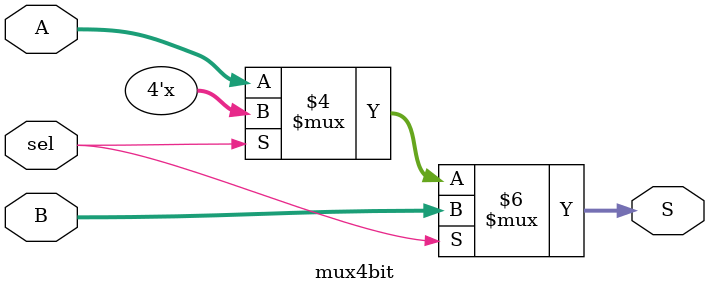
<source format=v>
`timescale 1ns / 1ps


module mux4bit(
    input wire sel,
    input wire [3:0] A,
    input wire [3:0] B,
    output reg [3:0] S
    );
    
    
    always @(sel,A,B) begin
    
        if (sel == 0) begin
            S <= A;
        end
        
        if (sel == 1) begin
            S <= B;
        end 
        
    end
    
endmodule

</source>
